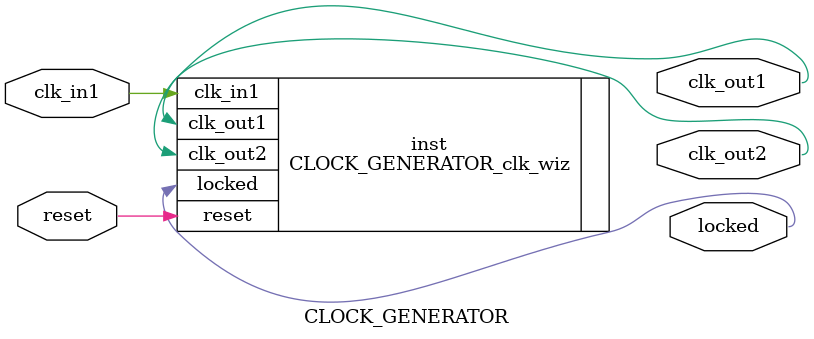
<source format=v>


`timescale 1ps/1ps

(* CORE_GENERATION_INFO = "CLOCK_GENERATOR,clk_wiz_v5_4_1_0,{component_name=CLOCK_GENERATOR,use_phase_alignment=true,use_min_o_jitter=false,use_max_i_jitter=false,use_dyn_phase_shift=false,use_inclk_switchover=false,use_dyn_reconfig=false,enable_axi=0,feedback_source=FDBK_AUTO,PRIMITIVE=MMCM,num_out_clk=2,clkin1_period=10.000,clkin2_period=10.000,use_power_down=false,use_reset=true,use_locked=true,use_inclk_stopped=false,feedback_type=SINGLE,CLOCK_MGR_TYPE=NA,manual_override=false}" *)

module CLOCK_GENERATOR 
 (
  // Clock out ports
  output        clk_out1,
  output        clk_out2,
  // Status and control signals
  input         reset,
  output        locked,
 // Clock in ports
  input         clk_in1
 );

  CLOCK_GENERATOR_clk_wiz inst
  (
  // Clock out ports  
  .clk_out1(clk_out1),
  .clk_out2(clk_out2),
  // Status and control signals               
  .reset(reset), 
  .locked(locked),
 // Clock in ports
  .clk_in1(clk_in1)
  );

endmodule

</source>
